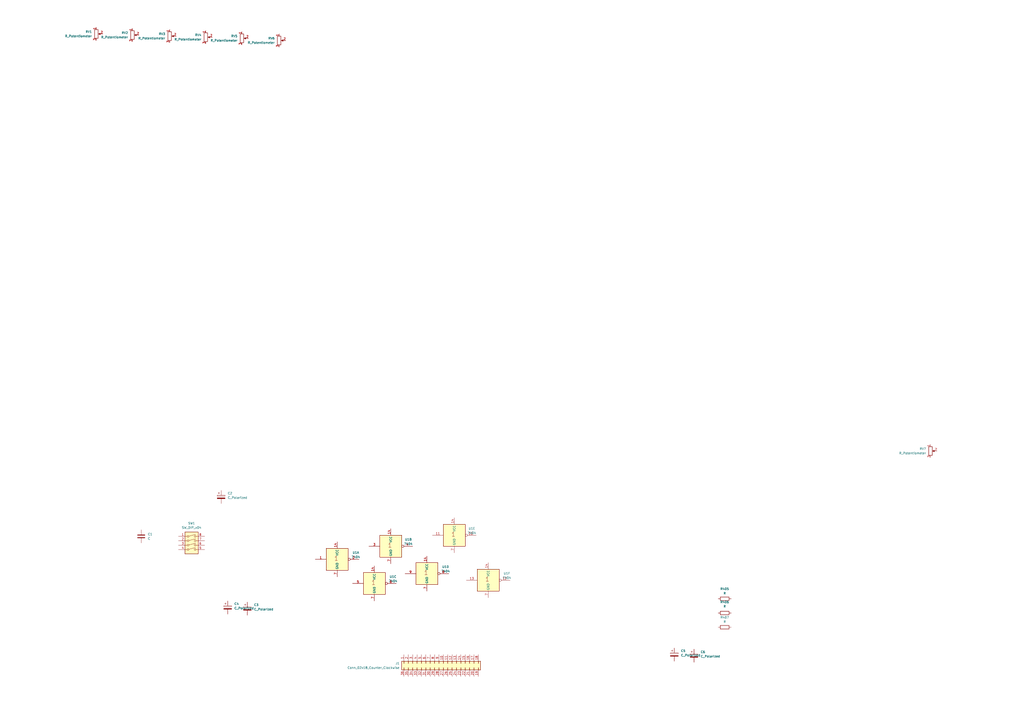
<source format=kicad_sch>
(kicad_sch (version 20230121) (generator eeschema)
  (paper "A2")
  (lib_symbols
    (symbol "74xx_IEEE:7404"
      (property "Reference" "U" (at 5.08 7.62 0))
      (property "Value" "7404" (at 3.81 -8.89 0))
      (symbol "7404_0_0"
        (text "1" (at -0.508 0.508 0) (effects (font (size 2.54 2.54))))
      )
      (symbol "7404_0_1"
        (rectangle (start -6.35 6.35) (end 6.35 -6.35) (stroke (width 0.254)) (fill (type background)))
        (pin power_in line (at 0 10.16 270) (length 3.81) (name "VCC") (number "14"))
        (pin power_in line (at 0 -10.16 90) (length 3.81) (name "GND") (number "7"))
      )
      (symbol "7404_1_1"
        (pin input line (at -12.7 0 0) (length 6.35) (name "~") (number "1"))
        (pin input inverted (at 12.7 0 180) (length 6.35) (name "~") (number "2"))
      )
      (symbol "7404_2_1"
        (pin input line (at -12.7 0 0) (length 6.35) (name "~") (number "3"))
        (pin input inverted (at 12.7 0 180) (length 6.35) (name "~") (number "4"))
      )
      (symbol "7404_3_1"
        (pin input line (at -12.7 0 0) (length 6.35) (name "~") (number "5"))
        (pin input inverted (at 12.7 0 180) (length 6.35) (name "~") (number "6"))
      )
      (symbol "7404_4_1"
        (pin input inverted (at 12.7 0 180) (length 6.35) (name "~") (number "8"))
        (pin input line (at -12.7 0 0) (length 6.35) (name "~") (number "9"))
      )
      (symbol "7404_5_1"
        (pin input inverted (at 12.7 0 180) (length 6.35) (name "~") (number "10"))
        (pin input line (at -12.7 0 0) (length 6.35) (name "~") (number "11"))
      )
      (symbol "7404_6_1"
        (pin input inverted (at 12.7 0 180) (length 6.35) (name "~") (number "12"))
        (pin input line (at -12.7 0 0) (length 6.35) (name "~") (number "13"))
      )
    )
    (symbol "Connector_Generic:Conn_02x18_Counter_Clockwise" (pin_names (offset 1.016) hide)
      (property "Reference" "J" (at 1.27 22.86 0))
      (property "Value" "Conn_02x18_Counter_Clockwise" (at 1.27 -25.4 0))
      (symbol "Conn_02x18_Counter_Clockwise_1_1"
        (rectangle (start -1.27 -22.733) (end 0 -22.987) (stroke (width 0.1524)))
        (rectangle (start -1.27 -20.193) (end 0 -20.447) (stroke (width 0.1524)))
        (rectangle (start -1.27 -17.653) (end 0 -17.907) (stroke (width 0.1524)))
        (rectangle (start -1.27 -15.113) (end 0 -15.367) (stroke (width 0.1524)))
        (rectangle (start -1.27 -12.573) (end 0 -12.827) (stroke (width 0.1524)))
        (rectangle (start -1.27 -10.033) (end 0 -10.287) (stroke (width 0.1524)))
        (rectangle (start -1.27 -7.493) (end 0 -7.747) (stroke (width 0.1524)))
        (rectangle (start -1.27 -4.953) (end 0 -5.207) (stroke (width 0.1524)))
        (rectangle (start -1.27 -2.413) (end 0 -2.667) (stroke (width 0.1524)))
        (rectangle (start -1.27 0.127) (end 0 -0.127) (stroke (width 0.1524)))
        (rectangle (start -1.27 2.667) (end 0 2.413) (stroke (width 0.1524)))
        (rectangle (start -1.27 5.207) (end 0 4.953) (stroke (width 0.1524)))
        (rectangle (start -1.27 7.747) (end 0 7.493) (stroke (width 0.1524)))
        (rectangle (start -1.27 10.287) (end 0 10.033) (stroke (width 0.1524)))
        (rectangle (start -1.27 12.827) (end 0 12.573) (stroke (width 0.1524)))
        (rectangle (start -1.27 15.367) (end 0 15.113) (stroke (width 0.1524)))
        (rectangle (start -1.27 17.907) (end 0 17.653) (stroke (width 0.1524)))
        (rectangle (start -1.27 20.447) (end 0 20.193) (stroke (width 0.1524)))
        (rectangle (start -1.27 21.59) (end 3.81 -24.13) (stroke (width 0.254)) (fill (type background)))
        (rectangle (start 3.81 -22.733) (end 2.54 -22.987) (stroke (width 0.1524)))
        (rectangle (start 3.81 -20.193) (end 2.54 -20.447) (stroke (width 0.1524)))
        (rectangle (start 3.81 -17.653) (end 2.54 -17.907) (stroke (width 0.1524)))
        (rectangle (start 3.81 -15.113) (end 2.54 -15.367) (stroke (width 0.1524)))
        (rectangle (start 3.81 -12.573) (end 2.54 -12.827) (stroke (width 0.1524)))
        (rectangle (start 3.81 -10.033) (end 2.54 -10.287) (stroke (width 0.1524)))
        (rectangle (start 3.81 -7.493) (end 2.54 -7.747) (stroke (width 0.1524)))
        (rectangle (start 3.81 -4.953) (end 2.54 -5.207) (stroke (width 0.1524)))
        (rectangle (start 3.81 -2.413) (end 2.54 -2.667) (stroke (width 0.1524)))
        (rectangle (start 3.81 0.127) (end 2.54 -0.127) (stroke (width 0.1524)))
        (rectangle (start 3.81 2.667) (end 2.54 2.413) (stroke (width 0.1524)))
        (rectangle (start 3.81 5.207) (end 2.54 4.953) (stroke (width 0.1524)))
        (rectangle (start 3.81 7.747) (end 2.54 7.493) (stroke (width 0.1524)))
        (rectangle (start 3.81 10.287) (end 2.54 10.033) (stroke (width 0.1524)))
        (rectangle (start 3.81 12.827) (end 2.54 12.573) (stroke (width 0.1524)))
        (rectangle (start 3.81 15.367) (end 2.54 15.113) (stroke (width 0.1524)))
        (rectangle (start 3.81 17.907) (end 2.54 17.653) (stroke (width 0.1524)))
        (rectangle (start 3.81 20.447) (end 2.54 20.193) (stroke (width 0.1524)))
        (pin passive line (at -5.08 20.32 0) (length 3.81) (name "Pin_1") (number "1"))
        (pin passive line (at -5.08 -2.54 0) (length 3.81) (name "Pin_10") (number "10"))
        (pin passive line (at -5.08 -5.08 0) (length 3.81) (name "Pin_11") (number "11"))
        (pin passive line (at -5.08 -7.62 0) (length 3.81) (name "Pin_12") (number "12"))
        (pin passive line (at -5.08 -10.16 0) (length 3.81) (name "Pin_13") (number "13"))
        (pin passive line (at -5.08 -12.7 0) (length 3.81) (name "Pin_14") (number "14"))
        (pin passive line (at -5.08 -15.24 0) (length 3.81) (name "Pin_15") (number "15"))
        (pin passive line (at -5.08 -17.78 0) (length 3.81) (name "Pin_16") (number "16"))
        (pin passive line (at -5.08 -20.32 0) (length 3.81) (name "Pin_17") (number "17"))
        (pin passive line (at -5.08 -22.86 0) (length 3.81) (name "Pin_18") (number "18"))
        (pin passive line (at 7.62 -22.86 180) (length 3.81) (name "Pin_19") (number "19"))
        (pin passive line (at -5.08 17.78 0) (length 3.81) (name "Pin_2") (number "2"))
        (pin passive line (at 7.62 -20.32 180) (length 3.81) (name "Pin_20") (number "20"))
        (pin passive line (at 7.62 -17.78 180) (length 3.81) (name "Pin_21") (number "21"))
        (pin passive line (at 7.62 -15.24 180) (length 3.81) (name "Pin_22") (number "22"))
        (pin passive line (at 7.62 -12.7 180) (length 3.81) (name "Pin_23") (number "23"))
        (pin passive line (at 7.62 -10.16 180) (length 3.81) (name "Pin_24") (number "24"))
        (pin passive line (at 7.62 -7.62 180) (length 3.81) (name "Pin_25") (number "25"))
        (pin passive line (at 7.62 -5.08 180) (length 3.81) (name "Pin_26") (number "26"))
        (pin passive line (at 7.62 -2.54 180) (length 3.81) (name "Pin_27") (number "27"))
        (pin passive line (at 7.62 0 180) (length 3.81) (name "Pin_28") (number "28"))
        (pin passive line (at 7.62 2.54 180) (length 3.81) (name "Pin_29") (number "29"))
        (pin passive line (at -5.08 15.24 0) (length 3.81) (name "Pin_3") (number "3"))
        (pin passive line (at 7.62 5.08 180) (length 3.81) (name "Pin_30") (number "30"))
        (pin passive line (at 7.62 7.62 180) (length 3.81) (name "Pin_31") (number "31"))
        (pin passive line (at 7.62 10.16 180) (length 3.81) (name "Pin_32") (number "32"))
        (pin passive line (at 7.62 12.7 180) (length 3.81) (name "Pin_33") (number "33"))
        (pin passive line (at 7.62 15.24 180) (length 3.81) (name "Pin_34") (number "34"))
        (pin passive line (at 7.62 17.78 180) (length 3.81) (name "Pin_35") (number "35"))
        (pin passive line (at 7.62 20.32 180) (length 3.81) (name "Pin_36") (number "36"))
        (pin passive line (at -5.08 12.7 0) (length 3.81) (name "Pin_4") (number "4"))
        (pin passive line (at -5.08 10.16 0) (length 3.81) (name "Pin_5") (number "5"))
        (pin passive line (at -5.08 7.62 0) (length 3.81) (name "Pin_6") (number "6"))
        (pin passive line (at -5.08 5.08 0) (length 3.81) (name "Pin_7") (number "7"))
        (pin passive line (at -5.08 2.54 0) (length 3.81) (name "Pin_8") (number "8"))
        (pin passive line (at -5.08 0 0) (length 3.81) (name "Pin_9") (number "9"))
      )
    )
    (symbol "Device:C" (pin_numbers hide) (pin_names (offset 0.254))
      (property "Reference" "C" (at 0.635 2.54 0))
      (property "Value" "C" (at 0.635 -2.54 0))
      (symbol "C_0_1"
        (polyline (pts (xy -2.032 -0.762) (xy 2.032 -0.762)) (stroke (width 0.508)))
        (polyline (pts (xy -2.032 0.762) (xy 2.032 0.762)) (stroke (width 0.508)))
      )
      (symbol "C_1_1"
        (pin passive line (at 0 3.81 270) (length 2.794) (name "~") (number "1"))
        (pin passive line (at 0 -3.81 90) (length 2.794) (name "~") (number "2"))
      )
    )
    (symbol "Device:C_Polarized" (pin_numbers hide) (pin_names (offset 0.254))
      (property "Reference" "C" (at 0.635 2.54 0))
      (property "Value" "C_Polarized" (at 0.635 -2.54 0))
      (symbol "C_Polarized_0_1"
        (rectangle (start -2.286 0.508) (end 2.286 1.016))
        (polyline (pts (xy -1.778 2.286) (xy -0.762 2.286)))
        (polyline (pts (xy -1.27 2.794) (xy -1.27 1.778)))
        (rectangle (start 2.286 -0.508) (end -2.286 -1.016) (fill (type outline)))
      )
      (symbol "C_Polarized_1_1"
        (pin passive line (at 0 3.81 270) (length 2.794) (name "~") (number "1"))
        (pin passive line (at 0 -3.81 90) (length 2.794) (name "~") (number "2"))
      )
    )
    (symbol "Device:R" (pin_numbers hide) (pin_names (offset 0))
      (property "Reference" "R" (at 2.032 0 90))
      (property "Value" "R" (at 0 0 90))
      (symbol "R_0_1"
        (rectangle (start -1.016 -2.54) (end 1.016 2.54) (stroke (width 0.254)))
      )
      (symbol "R_1_1"
        (pin passive line (at 0 3.81 270) (length 1.27) (name "~") (number "1"))
        (pin passive line (at 0 -3.81 90) (length 1.27) (name "~") (number "2"))
      )
    )
    (symbol "Device:R_Potentiometer" (pin_names (offset 1.016) hide)
      (property "Reference" "RV" (at -4.445 0 90))
      (property "Value" "R_Potentiometer" (at -2.54 0 90))
      (symbol "R_Potentiometer_0_1"
        (polyline (pts (xy 2.54 0) (xy 1.524 0)))
        (polyline (pts (xy 1.143 0) (xy 2.286 0.508) (xy 2.286 -0.508) (xy 1.143 0)) (fill (type outline)))
        (rectangle (start 1.016 2.54) (end -1.016 -2.54) (stroke (width 0.254)))
      )
      (symbol "R_Potentiometer_1_1"
        (pin passive line (at 0 3.81 270) (length 1.27) (name "1") (number "1"))
        (pin passive line (at 3.81 0 180) (length 1.27) (name "2") (number "2"))
        (pin passive line (at 0 -3.81 90) (length 1.27) (name "3") (number "3"))
      )
    )
    (symbol "Switch:SW_DIP_x04" (pin_names (offset 0) hide)
      (property "Reference" "SW" (at 0 8.89 0))
      (property "Value" "SW_DIP_x04" (at 0 -6.35 0))
      (symbol "SW_DIP_x04_0_0"
        (circle (center -2.032 -2.54) (radius 0.508))
        (circle (center -2.032 0) (radius 0.508))
        (circle (center -2.032 2.54) (radius 0.508))
        (circle (center -2.032 5.08) (radius 0.508))
        (polyline (pts (xy -1.524 -2.3876) (xy 2.3622 -1.3462)))
        (polyline (pts (xy -1.524 0.127) (xy 2.3622 1.1684)))
        (polyline (pts (xy -1.524 2.667) (xy 2.3622 3.7084)))
        (polyline (pts (xy -1.524 5.207) (xy 2.3622 6.2484)))
        (circle (center 2.032 -2.54) (radius 0.508))
        (circle (center 2.032 0) (radius 0.508))
        (circle (center 2.032 2.54) (radius 0.508))
        (circle (center 2.032 5.08) (radius 0.508))
      )
      (symbol "SW_DIP_x04_0_1"
        (rectangle (start -3.81 7.62) (end 3.81 -5.08) (stroke (width 0.254)) (fill (type background)))
      )
      (symbol "SW_DIP_x04_1_1"
        (pin passive line (at -7.62 5.08 0) (length 5.08) (name "~") (number "1"))
        (pin passive line (at -7.62 2.54 0) (length 5.08) (name "~") (number "2"))
        (pin passive line (at -7.62 0 0) (length 5.08) (name "~") (number "3"))
        (pin passive line (at -7.62 -2.54 0) (length 5.08) (name "~") (number "4"))
        (pin passive line (at 7.62 -2.54 180) (length 5.08) (name "~") (number "5"))
        (pin passive line (at 7.62 0 180) (length 5.08) (name "~") (number "6"))
        (pin passive line (at 7.62 2.54 180) (length 5.08) (name "~") (number "7"))
        (pin passive line (at 7.62 5.08 180) (length 5.08) (name "~") (number "8"))
      )
    )
  )
  (symbol (lib_id "74xx_IEEE:7404") (at 283.21 336.55 0) (unit 6)
    (property "Reference" "U1" (at 294.005 332.6131 0))
    (property "Value" "7404" (at 294.005 335.1531 0))
    (property "Footprint" "Package_DIP:DIP-14_W7.62mm" (effects hide))
  )
  (symbol (lib_id "Device:R_Potentiometer") (at 539.75 261.62 0) (unit 1)
    (property "Reference" "RV7" (at 537.21 260.35 0) (effects (justify right)))
    (property "Value" "R_Potentiometer" (at 537.21 262.89 0) (effects (justify right)))
    (property "Footprint" "Potentiometer_THT:Potentiometer_Piher_PT-15-H05_Horizontal" (effects hide))
  )
  (symbol (lib_id "74xx_IEEE:7404") (at 263.525 310.515 0) (unit 5)
    (property "Reference" "U1" (at 273.685 306.5781 0))
    (property "Value" "7404" (at 273.685 309.1181 0))
    (property "Footprint" "Package_DIP:DIP-14_W7.62mm" (effects hide))
  )
  (symbol (lib_id "Switch:SW_DIP_x04") (at 111.125 316.23 0) (unit 1)
    (property "Reference" "SW1" (at 111.125 303.53 0))
    (property "Value" "SW_DIP_x04" (at 111.125 306.07 0))
    (property "Footprint" "Button_Switch_THT:SW_DIP_SPSTx04_Slide_9.78x12.34mm_W7.62mm_P2.54mm" (effects hide))
  )
  (symbol (lib_id "74xx_IEEE:7404") (at 195.58 324.485 0) (unit 1)
    (property "Reference" "U1" (at 206.375 320.5481 0))
    (property "Value" "7404" (at 206.375 323.0881 0))
    (property "Footprint" "Package_DIP:DIP-14_W7.62mm" (effects hide))
  )
  (symbol (lib_id "Device:C") (at 81.915 311.15 0) (unit 1)
    (property "Reference" "C1" (at 85.725 309.88 0) (effects (justify left)))
    (property "Value" "C" (at 85.725 312.42 0) (effects (justify left)))
    (property "Footprint" "Capacitor_THT:C_Disc_D8.0mm_W2.5mm_P5.00mm" (effects hide))
  )
  (symbol (lib_id "Device:C_Polarized") (at 132.08 352.425 0) (unit 1)
    (property "Reference" "C4" (at 135.89 350.266 0) (effects (justify left)))
    (property "Value" "C_Polarized" (at 135.89 352.806 0) (effects (justify left)))
    (property "Footprint" "Capacitor_THT:CP_Radial_D6.3mm_P2.50mm" (effects hide))
  )
  (symbol (lib_id "Device:C_Polarized") (at 391.16 379.73 0) (unit 1)
    (property "Reference" "C5" (at 394.97 377.571 0) (effects (justify left)))
    (property "Value" "C_Polarized" (at 394.97 380.111 0) (effects (justify left)))
    (property "Footprint" "Capacitor_THT:CP_Radial_D6.3mm_P2.50mm" (effects hide))
  )
  (symbol (lib_id "Device:R_Potentiometer") (at 119.38 21.59 0) (unit 1)
    (property "Reference" "RV4" (at 116.84 20.32 0) (effects (justify right)))
    (property "Value" "R_Potentiometer" (at 116.84 22.86 0) (effects (justify right)))
    (property "Footprint" "Potentiometer_THT:Potentiometer_Piher_PT-15-H05_Horizontal" (effects hide))
  )
  (symbol (lib_id "Device:R") (at 420.37 363.855 90) (unit 1)
    (property "Reference" "R407" (at 420.37 358.14 90))
    (property "Value" "R" (at 420.37 360.68 90))
    (property "Footprint" "Resistor_THT:R_Axial_DIN0204_L3.6mm_D1.6mm_P7.62mm_Horizontal" (effects hide))
  )
  (symbol (lib_id "Device:R_Potentiometer") (at 161.925 23.495 0) (unit 1)
    (property "Reference" "RV6" (at 159.385 22.225 0) (effects (justify right)))
    (property "Value" "R_Potentiometer" (at 159.385 24.765 0) (effects (justify right)))
    (property "Footprint" "Potentiometer_THT:Potentiometer_Piher_PT-15-H05_Horizontal" (effects hide))
  )
  (symbol (lib_id "Device:C_Polarized") (at 128.27 288.29 0) (unit 1)
    (property "Reference" "C2" (at 132.08 286.131 0) (effects (justify left)))
    (property "Value" "C_Polarized" (at 132.08 288.671 0) (effects (justify left)))
    (property "Footprint" "Capacitor_THT:CP_Radial_D6.3mm_P2.50mm" (effects hide))
  )
  (symbol (lib_id "Device:R_Potentiometer") (at 76.835 20.32 0) (unit 1)
    (property "Reference" "RV2" (at 74.295 19.05 0) (effects (justify right)))
    (property "Value" "R_Potentiometer" (at 74.295 21.59 0) (effects (justify right)))
    (property "Footprint" "Potentiometer_THT:Potentiometer_Piher_PT-15-H05_Horizontal" (effects hide))
  )
  (symbol (lib_id "Connector_Generic:Conn_02x18_Counter_Clockwise") (at 254.635 384.81 90) (mirror x) (unit 1)
    (property "Reference" "J1" (at 231.775 384.81 90) (effects (justify left)))
    (property "Value" "Conn_02x18_Counter_Clockwise" (at 231.775 387.35 90) (effects (justify left)))
  )
  (symbol (lib_id "Device:R_Potentiometer") (at 98.425 20.955 0) (unit 1)
    (property "Reference" "RV3" (at 95.885 19.685 0) (effects (justify right)))
    (property "Value" "R_Potentiometer" (at 95.885 22.225 0) (effects (justify right)))
    (property "Footprint" "Potentiometer_THT:Potentiometer_Piher_PT-15-H05_Horizontal" (effects hide))
  )
  (symbol (lib_id "74xx_IEEE:7404") (at 217.17 338.455 0) (unit 3)
    (property "Reference" "U1" (at 227.965 334.5181 0))
    (property "Value" "7404" (at 227.965 337.0581 0))
    (property "Footprint" "Package_DIP:DIP-14_W7.62mm" (effects hide))
  )
  (symbol (lib_id "Device:R_Potentiometer") (at 55.88 19.685 0) (unit 1)
    (property "Reference" "RV1" (at 53.34 18.415 0) (effects (justify right)))
    (property "Value" "R_Potentiometer" (at 53.34 20.955 0) (effects (justify right)))
    (property "Footprint" "Potentiometer_THT:Potentiometer_Piher_PT-15-H05_Horizontal" (effects hide))
  )
  (symbol (lib_id "Device:R_Potentiometer") (at 140.335 22.225 0) (unit 1)
    (property "Reference" "RV5" (at 137.795 20.955 0) (effects (justify right)))
    (property "Value" "R_Potentiometer" (at 137.795 23.495 0) (effects (justify right)))
    (property "Footprint" "Potentiometer_THT:Potentiometer_Piher_PT-15-H05_Horizontal" (effects hide))
  )
  (symbol (lib_id "Device:R") (at 420.37 355.6 90) (unit 1)
    (property "Reference" "R406" (at 420.37 349.25 90))
    (property "Value" "R" (at 420.37 351.79 90))
    (property "Footprint" "Resistor_THT:R_Axial_DIN0204_L3.6mm_D1.6mm_P7.62mm_Horizontal" (effects hide))
  )
  (symbol (lib_id "Device:C_Polarized") (at 402.59 380.365 0) (unit 1)
    (property "Reference" "C6" (at 406.4 378.206 0) (effects (justify left)))
    (property "Value" "C_Polarized" (at 406.4 380.746 0) (effects (justify left)))
    (property "Footprint" "Capacitor_THT:CP_Radial_D6.3mm_P2.50mm" (effects hide))
  )
  (symbol (lib_id "74xx_IEEE:7404") (at 226.695 316.865 0) (unit 2)
    (property "Reference" "U1" (at 236.855 312.9281 0))
    (property "Value" "7404" (at 236.855 315.4681 0))
    (property "Footprint" "Package_DIP:DIP-14_W7.62mm" (effects hide))
  )
  (symbol (lib_id "Device:C_Polarized") (at 143.51 353.06 0) (unit 1)
    (property "Reference" "C3" (at 147.32 350.901 0) (effects (justify left)))
    (property "Value" "C_Polarized" (at 147.32 353.441 0) (effects (justify left)))
    (property "Footprint" "Capacitor_THT:CP_Radial_D6.3mm_P2.50mm" (effects hide))
  )
  (symbol (lib_id "Device:R") (at 420.37 347.345 90) (unit 1)
    (property "Reference" "R405" (at 420.37 341.63 90))
    (property "Value" "R" (at 420.37 344.17 90))
    (property "Footprint" "Resistor_THT:R_Axial_DIN0204_L3.6mm_D1.6mm_P7.62mm_Horizontal" (effects hide))
  )
  (symbol (lib_id "74xx_IEEE:7404") (at 247.65 332.74 0) (unit 4)
    (property "Reference" "U1" (at 258.445 328.8031 0))
    (property "Value" "7404" (at 258.445 331.3431 0))
    (property "Footprint" "Package_DIP:DIP-14_W7.62mm" (effects hide))
  )
)
</source>
